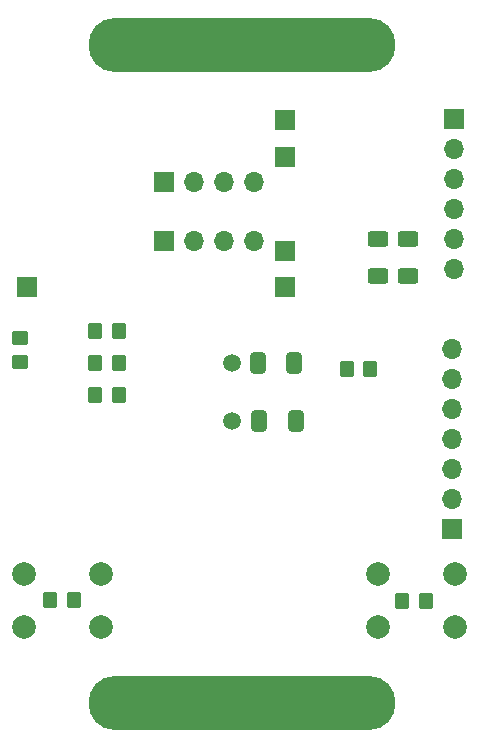
<source format=gbs>
%TF.GenerationSoftware,KiCad,Pcbnew,(6.0.6)*%
%TF.CreationDate,2022-10-28T21:49:34+08:00*%
%TF.ProjectId,KB_SmartWatch,4b425f53-6d61-4727-9457-617463682e6b,rev?*%
%TF.SameCoordinates,Original*%
%TF.FileFunction,Soldermask,Bot*%
%TF.FilePolarity,Negative*%
%FSLAX46Y46*%
G04 Gerber Fmt 4.6, Leading zero omitted, Abs format (unit mm)*
G04 Created by KiCad (PCBNEW (6.0.6)) date 2022-10-28 21:49:34*
%MOMM*%
%LPD*%
G01*
G04 APERTURE LIST*
G04 Aperture macros list*
%AMRoundRect*
0 Rectangle with rounded corners*
0 $1 Rounding radius*
0 $2 $3 $4 $5 $6 $7 $8 $9 X,Y pos of 4 corners*
0 Add a 4 corners polygon primitive as box body*
4,1,4,$2,$3,$4,$5,$6,$7,$8,$9,$2,$3,0*
0 Add four circle primitives for the rounded corners*
1,1,$1+$1,$2,$3*
1,1,$1+$1,$4,$5*
1,1,$1+$1,$6,$7*
1,1,$1+$1,$8,$9*
0 Add four rect primitives between the rounded corners*
20,1,$1+$1,$2,$3,$4,$5,0*
20,1,$1+$1,$4,$5,$6,$7,0*
20,1,$1+$1,$6,$7,$8,$9,0*
20,1,$1+$1,$8,$9,$2,$3,0*%
G04 Aperture macros list end*
%ADD10O,26.000000X4.600000*%
%ADD11RoundRect,0.250000X-0.450000X0.350000X-0.450000X-0.350000X0.450000X-0.350000X0.450000X0.350000X0*%
%ADD12R,1.700000X1.700000*%
%ADD13RoundRect,0.250000X0.350000X0.450000X-0.350000X0.450000X-0.350000X-0.450000X0.350000X-0.450000X0*%
%ADD14C,1.500000*%
%ADD15C,2.000000*%
%ADD16RoundRect,0.250000X-0.625000X0.400000X-0.625000X-0.400000X0.625000X-0.400000X0.625000X0.400000X0*%
%ADD17O,1.700000X1.700000*%
%ADD18RoundRect,0.250000X-0.350000X-0.450000X0.350000X-0.450000X0.350000X0.450000X-0.350000X0.450000X0*%
%ADD19RoundRect,0.250000X0.625000X-0.400000X0.625000X0.400000X-0.625000X0.400000X-0.625000X-0.400000X0*%
%ADD20RoundRect,0.250000X-0.412500X-0.650000X0.412500X-0.650000X0.412500X0.650000X-0.412500X0.650000X0*%
G04 APERTURE END LIST*
D10*
%TO.C,REF\u002A\u002A*%
X205600000Y-24700000D03*
%TD*%
%TO.C,REF\u002A\u002A*%
X205600000Y-80400000D03*
%TD*%
D11*
%TO.C,R12*%
X186800000Y-49500000D03*
X186800000Y-51500000D03*
%TD*%
D12*
%TO.C,J9*%
X187400000Y-45200000D03*
%TD*%
%TO.C,J6*%
X209300000Y-42100000D03*
%TD*%
D13*
%TO.C,R15*%
X221200000Y-71800000D03*
X219200000Y-71800000D03*
%TD*%
D14*
%TO.C,Y1*%
X204800000Y-56550000D03*
X204800000Y-51650000D03*
%TD*%
D15*
%TO.C,SW2*%
X217150000Y-69450000D03*
X223650000Y-69450000D03*
X217150000Y-73950000D03*
X223650000Y-73950000D03*
%TD*%
D16*
%TO.C,R10*%
X219700000Y-41150000D03*
X219700000Y-44250000D03*
%TD*%
D17*
%TO.C,J4*%
X206620000Y-36300000D03*
X204080000Y-36300000D03*
X201540000Y-36300000D03*
D12*
X199000000Y-36300000D03*
%TD*%
D13*
%TO.C,R14*%
X191400000Y-71700000D03*
X189400000Y-71700000D03*
%TD*%
%TO.C,R7*%
X195200000Y-48900000D03*
X193200000Y-48900000D03*
%TD*%
D12*
%TO.C,J3*%
X223400000Y-65640000D03*
D17*
X223400000Y-63100000D03*
X223400000Y-60560000D03*
X223400000Y-58020000D03*
X223400000Y-55480000D03*
X223400000Y-52940000D03*
X223400000Y-50400000D03*
%TD*%
D12*
%TO.C,J7*%
X209300000Y-34200000D03*
%TD*%
%TO.C,J5*%
X209300000Y-45200000D03*
%TD*%
D15*
%TO.C,SW1*%
X187150000Y-69450000D03*
X193650000Y-69450000D03*
X187150000Y-73950000D03*
X193650000Y-73950000D03*
%TD*%
D13*
%TO.C,R8*%
X195200000Y-51600000D03*
X193200000Y-51600000D03*
%TD*%
D12*
%TO.C,J1*%
X223600000Y-30950000D03*
D17*
X223600000Y-33490000D03*
X223600000Y-36030000D03*
X223600000Y-38570000D03*
X223600000Y-41110000D03*
X223600000Y-43650000D03*
%TD*%
D12*
%TO.C,J8*%
X209300000Y-31000000D03*
%TD*%
D18*
%TO.C,R13*%
X193200000Y-54300000D03*
X195200000Y-54300000D03*
%TD*%
D17*
%TO.C,J2*%
X206620000Y-41300000D03*
X204080000Y-41300000D03*
X201540000Y-41300000D03*
D12*
X199000000Y-41300000D03*
%TD*%
D18*
%TO.C,R2*%
X214500000Y-52100000D03*
X216500000Y-52100000D03*
%TD*%
D19*
%TO.C,R6*%
X217100000Y-44250000D03*
X217100000Y-41150000D03*
%TD*%
D20*
%TO.C,C2*%
X206937500Y-51600000D03*
X210062500Y-51600000D03*
%TD*%
%TO.C,C3*%
X207037500Y-56500000D03*
X210162500Y-56500000D03*
%TD*%
M02*

</source>
